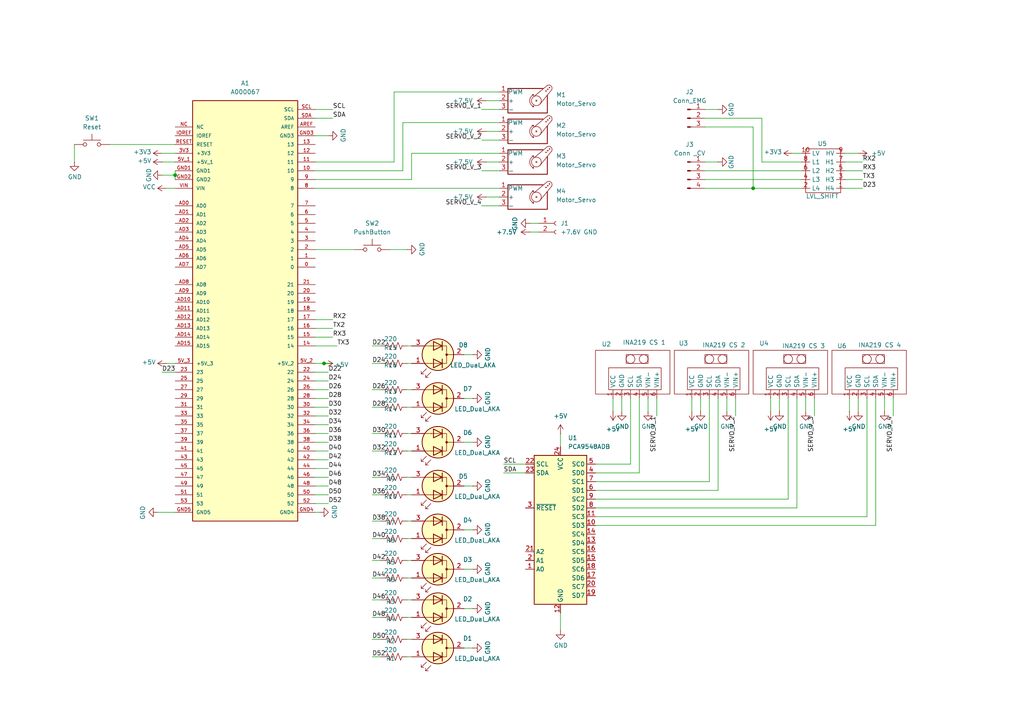
<source format=kicad_sch>
(kicad_sch (version 20250114) (generator "eeschema") (generator_version "9.0")
  (paper "A4")
  (title_block (date "mar. 31 mars 2015"))
  (lib_symbols
    (symbol "A000067:A000067" (pin_names (offset 1.016))
      (property "Reference" "A" (at -15.24 61.595 0))
      (property "Value" "A000067" (at -15.24 -63.5 0))
      (symbol "A000067_0_0"
        (rectangle (start -15.24 -60.96) (end 15.24 60.96) (stroke (width 0.254)) (fill (type background)))
        (pin passive line (at -20.32 53.34 0) (length 5.08) (name "NC") (number "NC"))
        (pin passive line (at -20.32 50.8 0) (length 5.08) (name "IOREF") (number "IOREF"))
        (pin passive line (at -20.32 48.26 0) (length 5.08) (name "RESET") (number "RESET"))
        (pin passive line (at -20.32 45.72 0) (length 5.08) (name "+3V3") (number "3V3"))
        (pin passive line (at -20.32 43.18 0) (length 5.08) (name "+5V_1") (number "5V_1"))
        (pin passive line (at -20.32 40.64 0) (length 5.08) (name "GND1") (number "GND1"))
        (pin passive line (at -20.32 38.1 0) (length 5.08) (name "GND2") (number "GND2"))
        (pin passive line (at -20.32 35.56 0) (length 5.08) (name "VIN") (number "VIN"))
        (pin passive line (at -20.32 30.48 0) (length 5.08) (name "AD0") (number "AD0"))
        (pin passive line (at -20.32 27.94 0) (length 5.08) (name "AD1") (number "AD1"))
        (pin passive line (at -20.32 25.4 0) (length 5.08) (name "AD2") (number "AD2"))
        (pin passive line (at -20.32 22.86 0) (length 5.08) (name "AD3") (number "AD3"))
        (pin passive line (at -20.32 20.32 0) (length 5.08) (name "AD4") (number "AD4"))
        (pin passive line (at -20.32 17.78 0) (length 5.08) (name "AD5") (number "AD5"))
        (pin passive line (at -20.32 15.24 0) (length 5.08) (name "AD6") (number "AD6"))
        (pin passive line (at -20.32 12.7 0) (length 5.08) (name "AD7") (number "AD7"))
        (pin passive line (at -20.32 7.62 0) (length 5.08) (name "AD8") (number "AD8"))
        (pin passive line (at -20.32 5.08 0) (length 5.08) (name "AD9") (number "AD9"))
        (pin passive line (at -20.32 2.54 0) (length 5.08) (name "AD10") (number "AD10"))
        (pin passive line (at -20.32 0 0) (length 5.08) (name "AD11") (number "AD11"))
        (pin passive line (at -20.32 -2.54 0) (length 5.08) (name "AD12") (number "AD12"))
        (pin passive line (at -20.32 -5.08 0) (length 5.08) (name "AD13") (number "AD13"))
        (pin passive line (at -20.32 -7.62 0) (length 5.08) (name "AD14") (number "AD14"))
        (pin passive line (at -20.32 -10.16 0) (length 5.08) (name "AD15") (number "AD15"))
        (pin passive line (at -20.32 -15.24 0) (length 5.08) (name "+5V_3") (number "5V_3"))
        (pin passive line (at -20.32 -17.78 0) (length 5.08) (name "23") (number "23"))
        (pin passive line (at -20.32 -20.32 0) (length 5.08) (name "25") (number "25"))
        (pin passive line (at -20.32 -22.86 0) (length 5.08) (name "27") (number "27"))
        (pin passive line (at -20.32 -25.4 0) (length 5.08) (name "29") (number "29"))
        (pin passive line (at -20.32 -27.94 0) (length 5.08) (name "31") (number "31"))
        (pin passive line (at -20.32 -30.48 0) (length 5.08) (name "33") (number "33"))
        (pin passive line (at -20.32 -33.02 0) (length 5.08) (name "35") (number "35"))
        (pin passive line (at -20.32 -35.56 0) (length 5.08) (name "37") (number "37"))
        (pin passive line (at -20.32 -38.1 0) (length 5.08) (name "39") (number "39"))
        (pin passive line (at -20.32 -40.64 0) (length 5.08) (name "41") (number "41"))
        (pin passive line (at -20.32 -43.18 0) (length 5.08) (name "43") (number "43"))
        (pin passive line (at -20.32 -45.72 0) (length 5.08) (name "45") (number "45"))
        (pin passive line (at -20.32 -48.26 0) (length 5.08) (name "47") (number "47"))
        (pin passive line (at -20.32 -50.8 0) (length 5.08) (name "49") (number "49"))
        (pin passive line (at -20.32 -53.34 0) (length 5.08) (name "51") (number "51"))
        (pin passive line (at -20.32 -55.88 0) (length 5.08) (name "53") (number "53"))
        (pin passive line (at -20.32 -58.42 0) (length 5.08) (name "GND5") (number "GND5"))
        (pin passive line (at 20.32 58.42 180) (length 5.08) (name "SCL") (number "SCL"))
        (pin passive line (at 20.32 55.88 180) (length 5.08) (name "SDA") (number "SDA"))
        (pin passive line (at 20.32 53.34 180) (length 5.08) (name "AREF") (number "AREF"))
        (pin passive line (at 20.32 50.8 180) (length 5.08) (name "GND3") (number "GND3"))
        (pin passive line (at 20.32 48.26 180) (length 5.08) (name "13") (number "13"))
        (pin passive line (at 20.32 45.72 180) (length 5.08) (name "12") (number "12"))
        (pin passive line (at 20.32 43.18 180) (length 5.08) (name "11") (number "11"))
        (pin passive line (at 20.32 40.64 180) (length 5.08) (name "10") (number "10"))
        (pin passive line (at 20.32 38.1 180) (length 5.08) (name "9") (number "9"))
        (pin passive line (at 20.32 35.56 180) (length 5.08) (name "8") (number "8"))
        (pin passive line (at 20.32 30.48 180) (length 5.08) (name "7") (number "7"))
        (pin passive line (at 20.32 27.94 180) (length 5.08) (name "6") (number "6"))
        (pin passive line (at 20.32 25.4 180) (length 5.08) (name "5") (number "5"))
        (pin passive line (at 20.32 22.86 180) (length 5.08) (name "4") (number "4"))
        (pin passive line (at 20.32 20.32 180) (length 5.08) (name "3") (number "3"))
        (pin passive line (at 20.32 17.78 180) (length 5.08) (name "2") (number "2"))
        (pin passive line (at 20.32 15.24 180) (length 5.08) (name "1") (number "1"))
        (pin passive line (at 20.32 12.7 180) (length 5.08) (name "0") (number "0"))
        (pin passive line (at 20.32 7.62 180) (length 5.08) (name "21") (number "21"))
        (pin passive line (at 20.32 5.08 180) (length 5.08) (name "20") (number "20"))
        (pin passive line (at 20.32 2.54 180) (length 5.08) (name "19") (number "19"))
        (pin passive line (at 20.32 0 180) (length 5.08) (name "18") (number "18"))
        (pin passive line (at 20.32 -2.54 180) (length 5.08) (name "17") (number "17"))
        (pin passive line (at 20.32 -5.08 180) (length 5.08) (name "16") (number "16"))
        (pin passive line (at 20.32 -7.62 180) (length 5.08) (name "15") (number "15"))
        (pin passive line (at 20.32 -10.16 180) (length 5.08) (name "14") (number "14"))
        (pin passive line (at 20.32 -15.24 180) (length 5.08) (name "+5V_2") (number "5V_2"))
        (pin passive line (at 20.32 -17.78 180) (length 5.08) (name "22") (number "22"))
        (pin passive line (at 20.32 -20.32 180) (length 5.08) (name "24") (number "24"))
        (pin passive line (at 20.32 -22.86 180) (length 5.08) (name "26") (number "26"))
        (pin passive line (at 20.32 -25.4 180) (length 5.08) (name "28") (number "28"))
        (pin passive line (at 20.32 -27.94 180) (length 5.08) (name "30") (number "30"))
        (pin passive line (at 20.32 -30.48 180) (length 5.08) (name "32") (number "32"))
        (pin passive line (at 20.32 -33.02 180) (length 5.08) (name "34") (number "34"))
        (pin passive line (at 20.32 -35.56 180) (length 5.08) (name "36") (number "36"))
        (pin passive line (at 20.32 -38.1 180) (length 5.08) (name "38") (number "38"))
        (pin passive line (at 20.32 -40.64 180) (length 5.08) (name "40") (number "40"))
        (pin passive line (at 20.32 -43.18 180) (length 5.08) (name "42") (number "42"))
        (pin passive line (at 20.32 -45.72 180) (length 5.08) (name "44") (number "44"))
        (pin passive line (at 20.32 -48.26 180) (length 5.08) (name "46") (number "46"))
        (pin passive line (at 20.32 -50.8 180) (length 5.08) (name "48") (number "48"))
        (pin passive line (at 20.32 -53.34 180) (length 5.08) (name "50") (number "50"))
        (pin passive line (at 20.32 -55.88 180) (length 5.08) (name "52") (number "52"))
        (pin passive line (at 20.32 -58.42 180) (length 5.08) (name "GND4") (number "GND4"))
      )
    )
    (symbol "Connector:Conn_01x02_Socket" (pin_names (offset 1.016) (hide yes))
      (property "Reference" "J" (at 0 2.54 0))
      (property "Value" "Conn_01x02_Socket" (at 0 -5.08 0))
      (symbol "Conn_01x02_Socket_1_1"
        (polyline (pts (xy -1.27 0) (xy -0.508 0)) (stroke (width 0.1524)))
        (polyline (pts (xy -1.27 -2.54) (xy -0.508 -2.54)) (stroke (width 0.1524)))
        (arc (start 0 -0.508) (mid -0.5058 0) (end 0 0.508) (stroke (width 0.1524)))
        (arc (start 0 -3.048) (mid -0.5058 -2.54) (end 0 -2.032) (stroke (width 0.1524)))
        (pin passive line (at -5.08 0 0) (length 3.81) (name "Pin_1") (number "1"))
        (pin passive line (at -5.08 -2.54 0) (length 3.81) (name "Pin_2") (number "2"))
      )
    )
    (symbol "Connector:Conn_01x03_Pin" (pin_names (offset 1.016) (hide yes))
      (property "Reference" "J" (at 0 5.08 0))
      (property "Value" "Conn_01x03_Pin" (at 0 -5.08 0))
      (symbol "Conn_01x03_Pin_1_1"
        (rectangle (start 0.8636 2.667) (end 0 2.413) (stroke (width 0.1524)) (fill (type outline)))
        (rectangle (start 0.8636 0.127) (end 0 -0.127) (stroke (width 0.1524)) (fill (type outline)))
        (rectangle (start 0.8636 -2.413) (end 0 -2.667) (stroke (width 0.1524)) (fill (type outline)))
        (polyline (pts (xy 1.27 2.54) (xy 0.8636 2.54)) (stroke (width 0.1524)))
        (polyline (pts (xy 1.27 0) (xy 0.8636 0)) (stroke (width 0.1524)))
        (polyline (pts (xy 1.27 -2.54) (xy 0.8636 -2.54)) (stroke (width 0.1524)))
        (pin passive line (at 5.08 2.54 180) (length 3.81) (name "Pin_1") (number "1"))
        (pin passive line (at 5.08 0 180) (length 3.81) (name "Pin_2") (number "2"))
        (pin passive line (at 5.08 -2.54 180) (length 3.81) (name "Pin_3") (number "3"))
      )
    )
    (symbol "Connector:Conn_01x04_Pin" (pin_names (offset 1.016) (hide yes))
      (property "Reference" "J" (at 0 5.08 0))
      (property "Value" "Conn_01x04_Pin" (at 0 -7.62 0))
      (symbol "Conn_01x04_Pin_1_1"
        (rectangle (start 0.8636 2.667) (end 0 2.413) (stroke (width 0.1524)) (fill (type outline)))
        (rectangle (start 0.8636 0.127) (end 0 -0.127) (stroke (width 0.1524)) (fill (type outline)))
        (rectangle (start 0.8636 -2.413) (end 0 -2.667) (stroke (width 0.1524)) (fill (type outline)))
        (rectangle (start 0.8636 -4.953) (end 0 -5.207) (stroke (width 0.1524)) (fill (type outline)))
        (polyline (pts (xy 1.27 2.54) (xy 0.8636 2.54)) (stroke (width 0.1524)))
        (polyline (pts (xy 1.27 0) (xy 0.8636 0)) (stroke (width 0.1524)))
        (polyline (pts (xy 1.27 -2.54) (xy 0.8636 -2.54)) (stroke (width 0.1524)))
        (polyline (pts (xy 1.27 -5.08) (xy 0.8636 -5.08)) (stroke (width 0.1524)))
        (pin passive line (at 5.08 2.54 180) (length 3.81) (name "Pin_1") (number "1"))
        (pin passive line (at 5.08 0 180) (length 3.81) (name "Pin_2") (number "2"))
        (pin passive line (at 5.08 -2.54 180) (length 3.81) (name "Pin_3") (number "3"))
        (pin passive line (at 5.08 -5.08 180) (length 3.81) (name "Pin_4") (number "4"))
      )
    )
    (symbol "Device:LED_Dual_AKA" (pin_names (offset 0) (hide yes))
      (property "Reference" "D" (at 0 5.715 0))
      (property "Value" "LED_Dual_AKA" (at 0 -6.35 0))
      (symbol "LED_Dual_AKA_0_1"
        (polyline (pts (xy -4.572 0) (xy -2.54 0)))
        (circle (center -2.54 0) (radius 0.2794) (fill (type outline)))
        (polyline (pts (xy -1.27 1.27) (xy -1.27 3.81)) (stroke (width 0.254)))
        (polyline (pts (xy -1.27 -1.27) (xy -1.27 -3.81)) (stroke (width 0.254)))
        (circle (center 0 0) (radius 4.572) (stroke (width 0.254)) (fill (type background)))
        (polyline (pts (xy 1.27 1.27) (xy 1.27 3.81) (xy -1.27 2.54) (xy 1.27 1.27)) (stroke (width 0.254)))
        (polyline (pts (xy 1.27 -3.81) (xy 1.27 -1.27) (xy -1.27 -2.54) (xy 1.27 -3.81)) (stroke (width 0.254)))
        (polyline (pts (xy 2.032 5.08) (xy 3.556 6.604) (xy 2.794 6.604) (xy 3.556 6.604) (xy 3.556 5.842)))
        (polyline (pts (xy 2.032 2.54) (xy -2.54 2.54) (xy -2.54 -2.54) (xy 2.032 -2.54)))
        (polyline (pts (xy 3.302 4.064) (xy 4.826 5.588) (xy 4.064 5.588) (xy 4.826 5.588) (xy 4.826 4.826)))
        (polyline (pts (xy 3.81 2.54) (xy 1.905 2.54)))
        (polyline (pts (xy 3.81 -2.54) (xy 1.905 -2.54)))
      )
      (symbol "LED_Dual_AKA_1_1"
        (pin input line (at -7.62 0 0) (length 3.048) (name "K") (number "2"))
        (pin input line (at 7.62 2.54 180) (length 3.81) (name "A1") (number "1"))
        (pin input line (at 7.62 -2.54 180) (length 3.81) (name "A2") (number "3"))
      )
    )
    (symbol "Device:R_US" (pin_numbers (hide yes)) (pin_names (offset 0))
      (property "Reference" "R" (at 2.54 0 90))
      (property "Value" "R_US" (at -2.54 0 90))
      (symbol "R_US_0_1"
        (polyline (pts (xy 0 2.286) (xy 0 2.54)))
        (polyline (pts (xy 0 2.286) (xy 1.016 1.905) (xy 0 1.524) (xy -1.016 1.143) (xy 0 0.762)))
        (polyline (pts (xy 0 0.762) (xy 1.016 0.381) (xy 0 0) (xy -1.016 -0.381) (xy 0 -0.762)))
        (polyline (pts (xy 0 -0.762) (xy 1.016 -1.143) (xy 0 -1.524) (xy -1.016 -1.905) (xy 0 -2.286)))
        (polyline (pts (xy 0 -2.286) (xy 0 -2.54)))
      )
      (symbol "R_US_1_1"
        (pin passive line (at 0 3.81 270) (length 1.27) (name "~") (number "1"))
        (pin passive line (at 0 -3.81 90) (length 1.27) (name "~") (number "2"))
      )
    )
    (symbol "Interface_Expansion:PCA9548ADB"
      (property "Reference" "U" (at -7.62 21.59 0))
      (property "Value" "PCA9548ADB" (at 1.016 21.59 0))
      (symbol "PCA9548ADB_0_1"
        (rectangle (start -7.62 20.32) (end 7.62 -22.86) (stroke (width 0.254)) (fill (type background)))
      )
      (symbol "PCA9548ADB_1_1"
        (pin input line (at -10.16 17.78 0) (length 2.54) (name "SCL") (number "22"))
        (pin bidirectional line (at -10.16 15.24 0) (length 2.54) (name "SDA") (number "23"))
        (pin input line (at -10.16 5.08 0) (length 2.54) (name "~{RESET}") (number "3"))
        (pin input line (at -10.16 -7.62 0) (length 2.54) (name "A2") (number "21"))
        (pin input line (at -10.16 -10.16 0) (length 2.54) (name "A1") (number "2"))
        (pin input line (at -10.16 -12.7 0) (length 2.54) (name "A0") (number "1"))
        (pin power_in line (at 0 22.86 270) (length 2.54) (name "VCC") (number "24"))
        (pin power_in line (at 0 -25.4 90) (length 2.54) (name "GND") (number "12"))
        (pin output line (at 10.16 17.78 180) (length 2.54) (name "SC0") (number "5"))
        (pin bidirectional line (at 10.16 15.24 180) (length 2.54) (name "SD0") (number "4"))
        (pin output line (at 10.16 12.7 180) (length 2.54) (name "SC1") (number "7"))
        (pin bidirectional line (at 10.16 10.16 180) (length 2.54) (name "SD1") (number "6"))
        (pin output line (at 10.16 7.62 180) (length 2.54) (name "SC2") (number "9"))
        (pin bidirectional line (at 10.16 5.08 180) (length 2.54) (name "SD2") (number "8"))
        (pin output line (at 10.16 2.54 180) (length 2.54) (name "SC3") (number "11"))
        (pin bidirectional line (at 10.16 0 180) (length 2.54) (name "SD3") (number "10"))
        (pin output line (at 10.16 -2.54 180) (length 2.54) (name "SC4") (number "14"))
        (pin bidirectional line (at 10.16 -5.08 180) (length 2.54) (name "SD4") (number "13"))
        (pin output line (at 10.16 -7.62 180) (length 2.54) (name "SC5") (number "16"))
        (pin bidirectional line (at 10.16 -10.16 180) (length 2.54) (name "SD5") (number "15"))
        (pin output line (at 10.16 -12.7 180) (length 2.54) (name "SC6") (number "18"))
        (pin bidirectional line (at 10.16 -15.24 180) (length 2.54) (name "SD6") (number "17"))
        (pin output line (at 10.16 -17.78 180) (length 2.54) (name "SC7") (number "20"))
        (pin bidirectional line (at 10.16 -20.32 180) (length 2.54) (name "SD7") (number "19"))
      )
    )
    (symbol "Motor:Motor_Servo" (pin_names (offset 0.0254))
      (property "Reference" "M" (at -5.08 4.445 0))
      (property "Value" "Motor_Servo" (at -5.08 -4.064 0))
      (symbol "Motor_Servo_0_1"
        (polyline (pts (xy 2.413 1.778) (xy 1.905 1.778)))
        (polyline (pts (xy 2.413 1.778) (xy 2.286 1.397)))
        (polyline (pts (xy 2.413 -1.778) (xy 2.032 -1.778)))
        (polyline (pts (xy 2.413 -1.778) (xy 2.286 -1.397)))
        (arc (start 2.413 -1.778) (mid 1.2406 0) (end 2.413 1.778))
        (circle (center 3.175 0) (radius 0.1778))
        (circle (center 3.175 0) (radius 1.4224))
        (polyline (pts (xy 5.08 3.556) (xy -5.08 3.556) (xy -5.08 -3.556) (xy 6.35 -3.556) (xy 6.35 1.524)) (stroke (width 0.254)))
        (circle (center 5.969 2.794) (radius 0.127))
        (polyline (pts (xy 6.35 4.445) (xy 2.54 1.27)))
        (circle (center 6.477 3.302) (radius 0.127))
        (arc (start 6.35 4.445) (mid 7.4487 4.2737) (end 7.62 3.175))
        (circle (center 6.985 3.81) (radius 0.127))
        (polyline (pts (xy 7.62 3.175) (xy 4.191 -1.016)))
      )
      (symbol "Motor_Servo_1_1"
        (pin passive line (at -7.62 2.54 0) (length 2.54) (name "PWM") (number "1"))
        (pin passive line (at -7.62 0 0) (length 2.54) (name "+") (number "2"))
        (pin passive line (at -7.62 -2.54 0) (length 2.54) (name "-") (number "3"))
      )
    )
    (symbol "Switch:SW_Push" (pin_numbers (hide yes)) (pin_names (offset 1.016) (hide yes))
      (property "Reference" "SW" (at 1.27 2.54 0))
      (property "Value" "SW_Push" (at 0 -1.524 0))
      (symbol "SW_Push_0_1"
        (circle (center -2.032 0) (radius 0.508))
        (polyline (pts (xy 0 1.27) (xy 0 3.048)))
        (circle (center 2.032 0) (radius 0.508))
        (polyline (pts (xy 2.54 1.27) (xy -2.54 1.27)))
        (pin passive line (at -5.08 0 0) (length 2.54) (name "1") (number "1"))
        (pin passive line (at 5.08 0 180) (length 2.54) (name "2") (number "2"))
      )
    )
    (symbol "adaFruit:INA219_DC_CurrentSensor"
      (property "Reference" "U" (at -1.778 9.652 0))
      (symbol "INA219_DC_CurrentSensor_0_1"
        (rectangle (start -6.35 11.43) (end 6.35 -10.16))
        (rectangle (start -5.08 7.62) (end 1.27 -7.62))
        (rectangle (start 2.54 2.54) (end 5.08 -3.81))
        (circle (center 3.81 1.27) (radius 1.27))
        (circle (center 3.81 -2.54) (radius 1.27))
      )
      (symbol "INA219_DC_CurrentSensor_1_1"
        (pin power_in line (at -7.62 6.35 0) (length 2.54) (name "VCC") (number "1"))
        (pin power_in line (at -7.62 3.81 0) (length 2.54) (name "GND") (number "2"))
        (pin output line (at -7.62 1.27 0) (length 2.54) (name "SCL") (number "3"))
        (pin output line (at -7.62 -1.27 0) (length 2.54) (name "SDA") (number "4"))
        (pin input line (at -7.62 -3.81 0) (length 2.54) (name "VIN-") (number "5"))
        (pin input line (at -7.62 -6.35 0) (length 2.54) (name "VIN+") (number "6"))
      )
    )
    (symbol "eelLib:pololu_levelShifter_2595"
      (property "Reference" "LVL_SHIFT1" (at 5.08 3.81 0))
      (property "Value" "~" (at 5.08 1.27 0))
      (symbol "pololu_levelShifter_2595_0_1"
        (rectangle (start 0 0) (end 10.16 -12.7))
      )
      (symbol "pololu_levelShifter_2595_1_1"
        (pin input line (at -1.27 -1.27 0) (length 2.54) (name "LV") (number "10"))
        (pin bidirectional line (at -1.27 -3.81 0) (length 2.54) (name "L1") (number "8"))
        (pin bidirectional line (at -1.27 -6.35 0) (length 2.54) (name "L2") (number "6"))
        (pin bidirectional line (at -1.27 -8.89 0) (length 2.54) (name "L3") (number "4"))
        (pin bidirectional line (at -1.27 -11.43 0) (length 2.54) (name "L4") (number "2"))
        (pin input line (at 11.43 -1.27 180) (length 2.54) (name "HV") (number "9"))
        (pin bidirectional line (at 11.43 -3.81 180) (length 2.54) (name "H1") (number "7"))
        (pin bidirectional line (at 11.43 -6.35 180) (length 2.54) (name "H2") (number "5"))
        (pin bidirectional line (at 11.43 -8.89 180) (length 2.54) (name "H3") (number "3"))
        (pin bidirectional line (at 11.43 -11.43 180) (length 2.54) (name "H4") (number "1"))
      )
    )
    (symbol "power:+3V3" (power) (pin_numbers (hide yes)) (pin_names (offset 0) (hide yes))
      (property "Value" "+3V3" (at 0 3.556 0))
      (symbol "+3V3_0_1"
        (polyline (pts (xy -0.762 1.27) (xy 0 2.54)))
        (polyline (pts (xy 0 2.54) (xy 0.762 1.27)))
        (polyline (pts (xy 0 0) (xy 0 2.54)))
      )
      (symbol "+3V3_1_1"
        (pin power_in line (at 0 0 90) (length 0) (name "~") (number "1"))
      )
    )
    (symbol "power:+5V" (power) (pin_numbers (hide yes)) (pin_names (offset 0) (hide yes))
      (property "Value" "+5V" (at 0 3.556 0))
      (symbol "+5V_0_1"
        (polyline (pts (xy -0.762 1.27) (xy 0 2.54)))
        (polyline (pts (xy 0 2.54) (xy 0.762 1.27)))
        (polyline (pts (xy 0 0) (xy 0 2.54)))
      )
      (symbol "+5V_1_1"
        (pin power_in line (at 0 0 90) (length 0) (name "~") (number "1"))
      )
    )
    (symbol "power:+7.5V" (power) (pin_numbers (hide yes)) (pin_names (offset 0) (hide yes))
      (property "Value" "+7.5V" (at 0 3.556 0))
      (symbol "+7.5V_0_1"
        (polyline (pts (xy -0.762 1.27) (xy 0 2.54)))
        (polyline (pts (xy 0 2.54) (xy 0.762 1.27)))
        (polyline (pts (xy 0 0) (xy 0 2.54)))
      )
      (symbol "+7.5V_1_1"
        (pin power_in line (at 0 0 90) (length 0) (name "~") (number "1"))
      )
    )
    (symbol "power:GND" (power) (pin_numbers (hide yes)) (pin_names (offset 0) (hide yes))
      (property "Value" "GND" (at 0 -3.81 0))
      (symbol "GND_0_1"
        (polyline (pts (xy 0 0) (xy 0 -1.27) (xy 1.27 -1.27) (xy 0 -2.54) (xy -1.27 -1.27) (xy 0 -1.27)))
      )
      (symbol "GND_1_1"
        (pin power_in line (at 0 0 270) (length 0) (name "~") (number "1"))
      )
    )
    (symbol "power:VCC" (power) (pin_numbers (hide yes)) (pin_names (offset 0) (hide yes))
      (property "Value" "VCC" (at 0 3.556 0))
      (symbol "VCC_0_1"
        (polyline (pts (xy -0.762 1.27) (xy 0 2.54)))
        (polyline (pts (xy 0 2.54) (xy 0.762 1.27)))
        (polyline (pts (xy 0 0) (xy 0 2.54)))
      )
      (symbol "VCC_1_1"
        (pin power_in line (at 0 0 90) (length 0) (name "~") (number "1"))
      )
    )
  )
  (junction (at 93.98 105.41))
  (junction (at 50.8 50.8))
  (junction (at 218.44 54.61))
  (wire (pts (xy 134.62 140.97) (xy 137.16 140.97)))
  (wire (pts (xy 50.8 49.53) (xy 50.8 50.8)))
  (wire (pts (xy 118.11 173.99) (xy 119.38 173.99)))
  (wire (pts (xy 259.08 115.57) (xy 259.08 120.65)))
  (wire (pts (xy 137.16 102.87) (xy 134.62 102.87)))
  (wire (pts (xy 119.38 167.64) (xy 118.11 167.64)))
  (wire (pts (xy 245.11 54.61) (xy 250.19 54.61)))
  (wire (pts (xy 107.95 138.43) (xy 110.49 138.43)))
  (wire (pts (xy 205.74 139.7) (xy 205.74 115.57)))
  (wire (pts (xy 137.16 176.53) (xy 134.62 176.53)))
  (wire (pts (xy 91.44 143.51) (xy 95.25 143.51)))
  (wire (pts (xy 107.95 162.56) (xy 110.49 162.56)))
  (wire (pts (xy 119.38 118.11) (xy 118.11 118.11)))
  (wire (pts (xy 204.47 54.61) (xy 218.44 54.61)))
  (wire (pts (xy 91.44 146.05) (xy 95.25 146.05)))
  (wire (pts (xy 172.72 149.86) (xy 251.46 149.86)))
  (wire (pts (xy 91.44 95.25) (xy 96.52 95.25)))
  (wire (pts (xy 91.44 107.95) (xy 95.25 107.95)))
  (wire (pts (xy 91.44 97.79) (xy 96.52 97.79)))
  (wire (pts (xy 91.44 105.41) (xy 93.98 105.41)))
  (wire (pts (xy 46.99 44.45) (xy 50.8 44.45)))
  (wire (pts (xy 213.36 115.57) (xy 213.36 120.65)))
  (wire (pts (xy 137.16 153.67) (xy 134.62 153.67)))
  (wire (pts (xy 172.72 152.4) (xy 254 152.4)))
  (wire (pts (xy 220.98 46.99) (xy 232.41 46.99)))
  (wire (pts (xy 91.44 72.39) (xy 102.87 72.39)))
  (wire (pts (xy 119.38 44.45) (xy 119.38 52.07)))
  (wire (pts (xy 118.11 143.51) (xy 119.38 143.51)))
  (wire (pts (xy 204.47 36.83) (xy 218.44 36.83)))
  (wire (pts (xy 91.44 100.33) (xy 97.79 100.33)))
  (wire (pts (xy 200.66 115.57) (xy 200.66 119.38)))
  (wire (pts (xy 139.7 49.53) (xy 144.78 49.53)))
  (wire (pts (xy 46.99 107.95) (xy 50.8 107.95)))
  (wire (pts (xy 172.72 134.62) (xy 182.88 134.62)))
  (wire (pts (xy 140.97 46.99) (xy 144.78 46.99)))
  (wire (pts (xy 137.16 128.27) (xy 134.62 128.27)))
  (wire (pts (xy 204.47 46.99) (xy 208.28 46.99)))
  (wire (pts (xy 91.44 125.73) (xy 95.25 125.73)))
  (wire (pts (xy 118.11 185.42) (xy 119.38 185.42)))
  (wire (pts (xy 137.16 187.96) (xy 134.62 187.96)))
  (wire (pts (xy 236.22 115.57) (xy 236.22 120.65)))
  (wire (pts (xy 248.92 115.57) (xy 248.92 119.38)))
  (wire (pts (xy 187.96 115.57) (xy 187.96 119.38)))
  (wire (pts (xy 223.52 115.57) (xy 223.52 119.38)))
  (wire (pts (xy 180.34 115.57) (xy 180.34 119.38)))
  (wire (pts (xy 48.26 105.41) (xy 50.8 105.41)))
  (wire (pts (xy 218.44 54.61) (xy 232.41 54.61)))
  (wire (pts (xy 107.95 167.64) (xy 110.49 167.64)))
  (wire (pts (xy 91.44 138.43) (xy 95.25 138.43)))
  (wire (pts (xy 245.11 52.07) (xy 250.19 52.07)))
  (wire (pts (xy 153.67 67.31) (xy 156.21 67.31)))
  (wire (pts (xy 246.38 115.57) (xy 246.38 119.38)))
  (wire (pts (xy 204.47 31.75) (xy 208.28 31.75)))
  (wire (pts (xy 177.8 115.57) (xy 177.8 119.38)))
  (wire (pts (xy 91.44 140.97) (xy 95.25 140.97)))
  (wire (pts (xy 228.6 115.57) (xy 228.6 144.78)))
  (wire (pts (xy 50.8 50.8) (xy 50.8 52.07)))
  (wire (pts (xy 119.38 44.45) (xy 144.78 44.45)))
  (wire (pts (xy 204.47 34.29) (xy 220.98 34.29)))
  (wire (pts (xy 91.44 130.81) (xy 95.25 130.81)))
  (wire (pts (xy 91.44 31.75) (xy 96.52 31.75)))
  (wire (pts (xy 139.7 31.75) (xy 144.78 31.75)))
  (wire (pts (xy 118.11 151.13) (xy 119.38 151.13)))
  (wire (pts (xy 91.44 115.57) (xy 95.25 115.57)))
  (wire (pts (xy 140.97 29.21) (xy 144.78 29.21)))
  (wire (pts (xy 119.38 130.81) (xy 118.11 130.81)))
  (wire (pts (xy 46.99 46.99) (xy 50.8 46.99)))
  (wire (pts (xy 185.42 137.16) (xy 185.42 115.57)))
  (wire (pts (xy 91.44 39.37) (xy 95.25 39.37)))
  (wire (pts (xy 144.78 26.67) (xy 114.3 26.67)))
  (wire (pts (xy 96.52 105.41) (xy 93.98 105.41)))
  (wire (pts (xy 229.87 44.45) (xy 232.41 44.45)))
  (wire (pts (xy 162.56 177.8) (xy 162.56 182.88)))
  (wire (pts (xy 203.2 115.57) (xy 203.2 119.38)))
  (wire (pts (xy 172.72 142.24) (xy 208.28 142.24)))
  (wire (pts (xy 107.95 179.07) (xy 110.49 179.07)))
  (wire (pts (xy 107.95 118.11) (xy 110.49 118.11)))
  (wire (pts (xy 113.03 72.39) (xy 118.11 72.39)))
  (wire (pts (xy 91.44 54.61) (xy 144.78 54.61)))
  (wire (pts (xy 116.84 49.53) (xy 91.44 49.53)))
  (wire (pts (xy 116.84 35.56) (xy 116.84 49.53)))
  (wire (pts (xy 210.82 115.57) (xy 210.82 119.38)))
  (wire (pts (xy 91.44 123.19) (xy 95.25 123.19)))
  (wire (pts (xy 107.95 173.99) (xy 110.49 173.99)))
  (wire (pts (xy 162.56 125.73) (xy 162.56 129.54)))
  (wire (pts (xy 119.38 190.5) (xy 118.11 190.5)))
  (wire (pts (xy 118.11 138.43) (xy 119.38 138.43)))
  (wire (pts (xy 91.44 113.03) (xy 95.25 113.03)))
  (wire (pts (xy 114.3 26.67) (xy 114.3 46.99)))
  (wire (pts (xy 107.95 151.13) (xy 110.49 151.13)))
  (wire (pts (xy 107.95 190.5) (xy 110.49 190.5)))
  (wire (pts (xy 137.16 165.1) (xy 134.62 165.1)))
  (wire (pts (xy 48.26 54.61) (xy 50.8 54.61)))
  (wire (pts (xy 107.95 105.41) (xy 110.49 105.41)))
  (wire (pts (xy 91.44 148.59) (xy 92.71 148.59)))
  (wire (pts (xy 107.95 185.42) (xy 110.49 185.42)))
  (wire (pts (xy 204.47 49.53) (xy 232.41 49.53)))
  (wire (pts (xy 218.44 36.83) (xy 218.44 54.61)))
  (wire (pts (xy 114.3 46.99) (xy 91.44 46.99)))
  (wire (pts (xy 226.06 115.57) (xy 226.06 119.38)))
  (wire (pts (xy 233.68 115.57) (xy 233.68 119.38)))
  (wire (pts (xy 119.38 156.21) (xy 118.11 156.21)))
  (wire (pts (xy 190.5 115.57) (xy 190.5 120.65)))
  (wire (pts (xy 146.05 134.62) (xy 152.4 134.62)))
  (wire (pts (xy 118.11 125.73) (xy 119.38 125.73)))
  (wire (pts (xy 107.95 100.33) (xy 110.49 100.33)))
  (wire (pts (xy 91.44 110.49) (xy 95.25 110.49)))
  (wire (pts (xy 118.11 100.33) (xy 119.38 100.33)))
  (wire (pts (xy 254 152.4) (xy 254 115.57)))
  (wire (pts (xy 231.14 147.32) (xy 231.14 115.57)))
  (wire (pts (xy 220.98 34.29) (xy 220.98 46.99)))
  (wire (pts (xy 139.7 59.69) (xy 144.78 59.69)))
  (wire (pts (xy 172.72 137.16) (xy 185.42 137.16)))
  (wire (pts (xy 118.11 162.56) (xy 119.38 162.56)))
  (wire (pts (xy 107.95 143.51) (xy 110.49 143.51)))
  (wire (pts (xy 118.11 105.41) (xy 119.38 105.41)))
  (wire (pts (xy 119.38 179.07) (xy 118.11 179.07)))
  (wire (pts (xy 91.44 133.35) (xy 95.25 133.35)))
  (wire (pts (xy 91.44 92.71) (xy 96.52 92.71)))
  (wire (pts (xy 146.05 137.16) (xy 152.4 137.16)))
  (wire (pts (xy 245.11 44.45) (xy 248.92 44.45)))
  (wire (pts (xy 208.28 142.24) (xy 208.28 115.57)))
  (wire (pts (xy 140.97 38.1) (xy 144.78 38.1)))
  (wire (pts (xy 182.88 134.62) (xy 182.88 115.57)))
  (wire (pts (xy 118.11 113.03) (xy 119.38 113.03)))
  (wire (pts (xy 245.11 49.53) (xy 250.19 49.53)))
  (wire (pts (xy 172.72 139.7) (xy 205.74 139.7)))
  (wire (pts (xy 137.16 115.57) (xy 134.62 115.57)))
  (wire (pts (xy 172.72 147.32) (xy 231.14 147.32)))
  (wire (pts (xy 107.95 125.73) (xy 110.49 125.73)))
  (wire (pts (xy 107.95 130.81) (xy 110.49 130.81)))
  (wire (pts (xy 31.75 41.91) (xy 50.8 41.91)))
  (wire (pts (xy 139.7 40.64) (xy 144.78 40.64)))
  (wire (pts (xy 256.54 115.57) (xy 256.54 119.38)))
  (wire (pts (xy 144.78 35.56) (xy 116.84 35.56)))
  (wire (pts (xy 107.95 156.21) (xy 110.49 156.21)))
  (wire (pts (xy 91.44 118.11) (xy 95.25 118.11)))
  (wire (pts (xy 119.38 52.07) (xy 91.44 52.07)))
  (wire (pts (xy 251.46 149.86) (xy 251.46 115.57)))
  (wire (pts (xy 21.59 41.91) (xy 21.59 46.99)))
  (wire (pts (xy 107.95 113.03) (xy 110.49 113.03)))
  (wire (pts (xy 245.11 46.99) (xy 250.19 46.99)))
  (wire (pts (xy 45.72 148.59) (xy 50.8 148.59)))
  (wire (pts (xy 91.44 135.89) (xy 95.25 135.89)))
  (wire (pts (xy 46.99 50.8) (xy 50.8 50.8)))
  (wire (pts (xy 91.44 34.29) (xy 96.52 34.29)))
  (wire (pts (xy 91.44 120.65) (xy 95.25 120.65)))
  (wire (pts (xy 140.97 57.15) (xy 144.78 57.15)))
  (wire (pts (xy 153.67 64.77) (xy 156.21 64.77)))
  (wire (pts (xy 91.44 128.27) (xy 95.25 128.27)))
  (wire (pts (xy 204.47 52.07) (xy 232.41 52.07)))
  (wire (pts (xy 172.72 144.78) (xy 228.6 144.78)))
  (label "D34" (at 95.25 123.19 0))
  (label "D28" (at 95.25 115.57 0))
  (label "D32" (at 107.95 130.81 0))
  (label "D48" (at 95.25 140.97 0))
  (label "SDA" (at 146.05 137.16 0))
  (label "D42" (at 95.25 133.35 0))
  (label "D23" (at 46.99 107.95 0))
  (label "D22" (at 95.25 107.95 0))
  (label "D36" (at 107.95 143.51 0))
  (label "D30" (at 107.95 125.73 0))
  (label "SERVO_V_1" (at 139.7 31.75 180))
  (label "D26" (at 107.95 113.03 0))
  (label "D50" (at 107.95 185.42 0))
  (label "SERVO_V_4" (at 259.08 120.65 270))
  (label "SERVO_V_2" (at 213.36 120.65 270))
  (label "SDA" (at 96.52 34.29 0))
  (label "D36" (at 95.25 125.73 0))
  (label "D28" (at 107.95 118.11 0))
  (label "D42" (at 107.95 162.56 0))
  (label "D34" (at 107.95 138.43 0))
  (label "D38" (at 107.95 151.13 0))
  (label "D50" (at 95.25 143.51 0))
  (label "RX2" (at 250.19 46.99 0))
  (label "D22" (at 107.95 100.33 0))
  (label "TX2" (at 96.52 95.25 0))
  (label "D24" (at 95.25 110.49 0))
  (label "D46" (at 107.95 173.99 0))
  (label "SCL" (at 96.52 31.75 0))
  (label "D26" (at 95.25 113.03 0))
  (label "D32" (at 95.25 120.65 0))
  (label "D38" (at 95.25 128.27 0))
  (label "SCL" (at 146.05 134.62 0))
  (label "D30" (at 95.25 118.11 0))
  (label "D46" (at 95.25 138.43 0))
  (label "D24" (at 107.95 105.41 0))
  (label "D23" (at 250.19 54.61 0))
  (label "SERVO_V_1" (at 190.5 120.65 270))
  (label "TX3" (at 250.19 52.07 0))
  (label "D48" (at 107.95 179.07 0))
  (label "RX3" (at 250.19 49.53 0))
  (label "SERVO_V_2" (at 139.7 40.64 180))
  (label "SERVO_V_3" (at 139.7 49.53 180))
  (label "RX3" (at 96.52 97.79 0))
  (label "RX2" (at 96.52 92.71 0))
  (label "D40" (at 95.25 130.81 0))
  (label "SERVO_V_4" (at 139.7 59.69 180))
  (label "D52" (at 107.95 190.5 0))
  (label "TX3" (at 97.79 100.33 0))
  (label "D40" (at 107.95 156.21 0))
  (label "D44" (at 95.25 135.89 0))
  (label "D44" (at 107.95 167.64 0))
  (label "D52" (at 95.25 146.05 0))
  (label "SERVO_V_3" (at 236.22 120.65 270))
  (symbol (lib_id "power:+5V") (at 46.99 46.99 90) (unit 1)
    (property "Reference" "#PWR07" (effects (hide yes)))
    (property "Value" "+5V" (at 43.942 46.6344 90) (effects (justify left)))
    (property "Description" "Power symbol creates a global label with name \"+5V\"" (effects (hide yes)))
  )
  (symbol (lib_id "power:GND") (at 46.99 50.8 270) (unit 1)
    (property "Reference" "#PWR08" (effects (hide yes)))
    (property "Value" "GND" (at 43.18 50.8 0))
    (property "Description" "Power symbol creates a global label with name \"GND\" , ground" (effects (hide yes)))
  )
  (symbol (lib_id "power:GND") (at 137.16 140.97 90) (unit 1)
    (property "Reference" "#PWR040" (effects (hide yes)))
    (property "Value" "GND" (at 141.4844 140.8557 0))
    (property "Description" "Power symbol creates a global label with name \"GND\" , ground" (effects (hide yes)))
  )
  (symbol (lib_id "power:GND") (at 95.25 39.37 90) (unit 1)
    (property "Reference" "#PWR013" (effects (hide yes)))
    (property "Value" "GND" (at 99.5744 39.2557 0))
    (property "Description" "Power symbol creates a global label with name \"GND\" , ground" (effects (hide yes)))
  )
  (symbol (lib_id "A000067:A000067") (at 71.12 90.17 0) (unit 1)
    (property "Reference" "A1" (at 71.12 24.13 0))
    (property "Value" "A000067" (at 71.12 26.67 0))
    (property "Footprint" "A000067:MODULE_A000067" (effects (hide yes)))
    (property "MF" "Arduino" (effects (hide yes)))
    (property "MAXIMUM_PACKAGE_HEIGHT" "N/A" (effects (hide yes)))
    (property "Package" "Non-Standard Arduino" (effects (hide yes)))
    (property "Price" "None" (effects (hide yes)))
    (property "Check_prices" "https://www.snapeda.com/parts/A000067/Arduino/view-part/?ref=eda" (effects (hide yes)))
    (property "STANDARD" "Manufacturer Recommendations" (effects (hide yes)))
    (property "PARTREV" "3" (effects (hide yes)))
    (property "SnapEDA_Link" "https://www.snapeda.com/parts/A000067/Arduino/view-part/?ref=snap" (effects (hide yes)))
    (property "MP" "A000067" (effects (hide yes)))
    (property "Description_1" "Arduino Mega 2560 Rev3 Microcontroller Board, ATmega2560 | Arduino A000067" (effects (hide yes)))
    (property "Availability" "In Stock" (effects (hide yes)))
    (property "MANUFACTURER" "Arduino" (effects (hide yes)))
  )
  (symbol (lib_id "power:GND") (at 208.28 46.99 90) (unit 1)
    (property "Reference" "#PWR027" (effects (hide yes)))
    (property "Value" "GND" (at 212.09 46.99 0))
    (property "Description" "Power symbol creates a global label with name \"GND\" , ground" (effects (hide yes)))
  )
  (symbol (lib_id "Device:LED_Dual_AKA") (at 127 128.27 180) (unit 1)
    (property "Reference" "D6" (at 135.636 125.476 0))
    (property "Value" "LED_Dual_AKA" (at 138.43 131.318 0))
    (property "Footprint" "LED_THT:LED_Rectangular_W5.0mm_H2.0mm-3Pins" (effects (hide yes)))
    (property "Description" "Dual LED, common cathode on pin 2" (effects (hide yes)))
  )
  (symbol (lib_id "Interface_Expansion:PCA9548ADB") (at 162.56 152.4 0) (unit 1)
    (property "Reference" "U1" (at 164.7033 127 0) (effects (justify left)))
    (property "Value" "PCA9548ADB" (at 164.7033 129.54 0) (effects (justify left)))
    (property "Footprint" "adaFruit:TCA9548A_MultiplexerBreakout" (effects (hide yes)))
    (property "Datasheet" "http://www.ti.com/lit/ds/symlink/pca9548a.pdf" (effects (hide yes)))
    (property "Description" "Low voltage 8-channel I2C switch with reset, SSOP-24" (effects (hide yes)))
  )
  (symbol (lib_id "power:GND") (at 137.16 102.87 90) (unit 1)
    (property "Reference" "#PWR043" (effects (hide yes)))
    (property "Value" "GND" (at 141.4844 102.7557 0))
    (property "Description" "Power symbol creates a global label with name \"GND\" , ground" (effects (hide yes)))
  )
  (symbol (lib_id "power:+3V3") (at 46.99 44.45 90) (unit 1)
    (property "Reference" "#PWR06" (effects (hide yes)))
    (property "Value" "+3V3" (at 43.942 44.069 90) (effects (justify left)))
    (property "Description" "Power symbol creates a global label with name \"+3V3\"" (effects (hide yes)))
  )
  (symbol (lib_id "Device:R_US") (at 114.3 185.42 270) (unit 1)
    (property "Reference" "R2" (at 113.284 185.928 90))
    (property "Value" "220" (at 113.284 183.388 90))
    (property "Footprint" "Resistor_THT:R_Axial_DIN0204_L3.6mm_D1.6mm_P2.54mm_Vertical" (effects (hide yes)))
    (property "Description" "Resistor, US symbol" (effects (hide yes)))
  )
  (symbol (lib_id "power:GND") (at 137.16 176.53 90) (unit 1)
    (property "Reference" "#PWR037" (effects (hide yes)))
    (property "Value" "GND" (at 141.4844 176.4157 0))
    (property "Description" "Power symbol creates a global label with name \"GND\" , ground" (effects (hide yes)))
  )
  (symbol (lib_id "power:GND") (at 118.11 72.39 90) (unit 1)
    (property "Reference" "#PWR014" (effects (hide yes)))
    (property "Value" "GND" (at 122.4344 72.2757 0))
    (property "Description" "Power symbol creates a global label with name \"GND\" , ground" (effects (hide yes)))
  )
  (symbol (lib_id "power:GND") (at 137.16 153.67 90) (unit 1)
    (property "Reference" "#PWR039" (effects (hide yes)))
    (property "Value" "GND" (at 141.4844 153.5557 0))
    (property "Description" "Power symbol creates a global label with name \"GND\" , ground" (effects (hide yes)))
  )
  (symbol (lib_id "Device:R_US") (at 114.3 173.99 270) (unit 1)
    (property "Reference" "R3" (at 113.284 174.498 90))
    (property "Value" "220" (at 113.284 171.958 90))
    (property "Footprint" "Resistor_THT:R_Axial_DIN0204_L3.6mm_D1.6mm_P2.54mm_Vertical" (effects (hide yes)))
    (property "Description" "Resistor, US symbol" (effects (hide yes)))
  )
  (symbol (lib_id "power:+3V3") (at 229.87 44.45 90) (unit 1)
    (property "Reference" "#PWR031" (effects (hide yes)))
    (property "Value" "+3V3" (at 226.822 44.069 90) (effects (justify left)))
    (property "Description" "Power symbol creates a global label with name \"+3V3\"" (effects (hide yes)))
  )
  (symbol (lib_id "Device:R_US") (at 114.3 113.03 270) (unit 1)
    (property "Reference" "R13" (at 113.284 113.538 90))
    (property "Value" "220" (at 113.284 110.998 90))
    (property "Footprint" "Resistor_THT:R_Axial_DIN0204_L3.6mm_D1.6mm_P2.54mm_Vertical" (effects (hide yes)))
    (property "Description" "Resistor, US symbol" (effects (hide yes)))
  )
  (symbol (lib_id "adaFruit:INA219_DC_CurrentSensor") (at 207.01 107.95 90) (unit 1)
    (property "Reference" "U3" (at 196.85 99.568 90) (effects (justify right)))
    (property "Value" "INA219 CS 2" (at 203.708 100.076 90) (effects (justify right)))
    (property "Footprint" "adaFruit:INA219_CS" (effects (hide yes)))
  )
  (symbol (lib_id "adaFruit:INA219_DC_CurrentSensor") (at 229.87 107.95 90) (unit 1)
    (property "Reference" "U4" (at 220.218 99.568 90) (effects (justify right)))
    (property "Value" "INA219 CS 3" (at 226.822 100.33 90) (effects (justify right)))
    (property "Footprint" "adaFruit:INA219_CS" (effects (hide yes)))
  )
  (symbol (lib_id "Connector:Conn_01x04_Pin") (at 199.39 49.53 0) (unit 1)
    (property "Reference" "J3" (at 200.025 41.91 0))
    (property "Value" "Conn _CV" (at 200.025 44.45 0))
    (property "Footprint" "Connector_PinHeader_2.54mm:PinHeader_1x04_P2.54mm_Vertical" (effects (hide yes)))
    (property "Description" "Generic connector, single row, 01x04, script generated" (effects (hide yes)))
  )
  (symbol (lib_id "Device:R_US") (at 114.3 156.21 270) (unit 1)
    (property "Reference" "R8" (at 113.284 156.718 90))
    (property "Value" "220" (at 113.284 154.178 90))
    (property "Footprint" "Resistor_THT:R_Axial_DIN0204_L3.6mm_D1.6mm_P2.54mm_Vertical" (effects (hide yes)))
    (property "Description" "Resistor, US symbol" (effects (hide yes)))
  )
  (symbol (lib_id "power:GND") (at 137.16 128.27 90) (unit 1)
    (property "Reference" "#PWR041" (effects (hide yes)))
    (property "Value" "GND" (at 141.4844 128.1557 0))
    (property "Description" "Power symbol creates a global label with name \"GND\" , ground" (effects (hide yes)))
  )
  (symbol (lib_id "Device:R_US") (at 114.3 143.51 270) (unit 1)
    (property "Reference" "R10" (at 113.284 144.018 90))
    (property "Value" "220" (at 113.284 141.478 90))
    (property "Footprint" "Resistor_THT:R_Axial_DIN0204_L3.6mm_D1.6mm_P2.54mm_Vertical" (effects (hide yes)))
    (property "Description" "Resistor, US symbol" (effects (hide yes)))
  )
  (symbol (lib_id "power:GND") (at 92.71 148.59 90) (unit 1)
    (property "Reference" "#PWR012" (effects (hide yes)))
    (property "Value" "GND" (at 97.0344 148.4757 0))
    (property "Description" "Power symbol creates a global label with name \"GND\" , ground" (effects (hide yes)))
  )
  (symbol (lib_id "power:GND") (at 203.2 119.38 0) (unit 1)
    (property "Reference" "#PWR025" (effects (hide yes)))
    (property "Value" "GND" (at 203.3143 123.7044 0))
    (property "Description" "Power symbol creates a global label with name \"GND\" , ground" (effects (hide yes)))
  )
  (symbol (lib_id "power:+5V") (at 48.26 105.41 90) (unit 1)
    (property "Reference" "#PWR010" (effects (hide yes)))
    (property "Value" "+5V" (at 45.212 105.0544 90) (effects (justify left)))
    (property "Description" "Power symbol creates a global label with name \"+5V\"" (effects (hide yes)))
  )
  (symbol (lib_id "Motor:Motor_Servo") (at 152.4 46.99 0) (unit 1)
    (property "Reference" "M3" (at 161.29 45.2868 0) (effects (justify left)))
    (property "Value" "Motor_Servo" (at 161.29 47.8268 0) (effects (justify left)))
    (property "Footprint" "Connector_PinHeader_2.54mm:PinHeader_1x03_P2.54mm_Vertical" (effects (hide yes)))
    (property "Datasheet" "http://forums.parallax.com/uploads/attachments/46831/74481.png" (effects (hide yes)))
    (property "Description" "Servo Motor (Futaba, HiTec, JR connector)" (effects (hide yes)))
  )
  (symbol (lib_id "Connector:Conn_01x03_Pin") (at 199.39 34.29 0) (unit 1)
    (property "Reference" "J2" (at 200.025 26.67 0))
    (property "Value" "Conn_EMG" (at 200.025 29.21 0))
    (property "Footprint" "Connector_PinHeader_2.54mm:PinHeader_1x03_P2.54mm_Vertical" (effects (hide yes)))
    (property "Description" "Generic connector, single row, 01x03, script generated" (effects (hide yes)))
  )
  (symbol (lib_id "power:GND") (at 21.59 46.99 0) (unit 1)
    (property "Reference" "#PWR02" (effects (hide yes)))
    (property "Value" "GND" (at 21.7043 51.3144 0))
    (property "Description" "Power symbol creates a global label with name \"GND\" , ground" (effects (hide yes)))
  )
  (symbol (lib_id "Switch:SW_Push") (at 26.67 41.91 0) (unit 1)
    (property "Reference" "SW1" (at 26.67 34.29 0))
    (property "Value" "Reset" (at 26.67 36.83 0))
    (property "Footprint" "Button_Switch_THT:SW_PUSH_6mm" (effects (hide yes)))
    (property "Description" "Push button switch, generic, two pins" (effects (hide yes)))
  )
  (symbol (lib_id "power:GND") (at 153.67 64.77 270) (unit 1)
    (property "Reference" "#PWR04" (effects (hide yes)))
    (property "Value" "GND" (at 149.3456 64.8843 0))
    (property "Description" "Power symbol creates a global label with name \"GND\" , ground" (effects (hide yes)))
  )
  (symbol (lib_id "Device:R_US") (at 114.3 138.43 270) (unit 1)
    (property "Reference" "R9" (at 113.284 138.938 90))
    (property "Value" "220" (at 113.284 136.398 90))
    (property "Footprint" "Resistor_THT:R_Axial_DIN0204_L3.6mm_D1.6mm_P2.54mm_Vertical" (effects (hide yes)))
    (property "Description" "Resistor, US symbol" (effects (hide yes)))
  )
  (symbol (lib_id "power:VCC") (at 48.26 54.61 90) (unit 1)
    (property "Reference" "#PWR09" (effects (hide yes)))
    (property "Value" "VCC" (at 45.212 54.229 90) (effects (justify left)))
    (property "Description" "Power symbol creates a global label with name \"VCC\"" (effects (hide yes)))
  )
  (symbol (lib_id "adaFruit:INA219_DC_CurrentSensor") (at 184.15 107.95 90) (unit 1)
    (property "Reference" "U2" (at 174.498 99.822 90) (effects (justify right)))
    (property "Value" "INA219 CS 1" (at 180.594 99.314 90) (effects (justify right)))
    (property "Footprint" "adaFruit:INA219_CS" (effects (hide yes)))
  )
  (symbol (lib_id "Device:R_US") (at 114.3 100.33 270) (unit 1)
    (property "Reference" "R15" (at 113.284 100.838 90))
    (property "Value" "220" (at 113.284 98.298 90))
    (property "Footprint" "Resistor_THT:R_Axial_DIN0204_L3.6mm_D1.6mm_P2.54mm_Vertical" (effects (hide yes)))
    (property "Description" "Resistor, US symbol" (effects (hide yes)))
  )
  (symbol (lib_id "Device:LED_Dual_AKA") (at 127 187.96 180) (unit 1)
    (property "Reference" "D1" (at 135.636 185.166 0))
    (property "Value" "LED_Dual_AKA" (at 138.43 191.008 0))
    (property "Footprint" "LED_THT:LED_Rectangular_W5.0mm_H2.0mm-3Pins" (effects (hide yes)))
    (property "Description" "Dual LED, common cathode on pin 2" (effects (hide yes)))
  )
  (symbol (lib_id "power:GND") (at 210.82 119.38 0) (unit 1)
    (property "Reference" "#PWR028" (effects (hide yes)))
    (property "Value" "GND" (at 210.9343 123.7044 0))
    (property "Description" "Power symbol creates a global label with name \"GND\" , ground" (effects (hide yes)))
  )
  (symbol (lib_id "Connector:Conn_01x02_Socket") (at 161.29 64.77 0) (unit 1)
    (property "Reference" "J1" (at 162.56 64.7699 0) (effects (justify left)))
    (property "Value" "+7.6V GND" (at 162.56 67.3099 0) (effects (justify left)))
    (property "Footprint" "TerminalBlock_Phoenix:TerminalBlock_Phoenix_MKDS-1,5-2_1x02_P5.00mm_Horizontal" (effects (hide yes)))
    (property "Description" "Generic connector, single row, 01x02, script generated" (effects (hide yes)))
  )
  (symbol (lib_id "Motor:Motor_Servo") (at 152.4 38.1 0) (unit 1)
    (property "Reference" "M2" (at 161.29 36.3968 0) (effects (justify left)))
    (property "Value" "Motor_Servo" (at 161.29 38.9368 0) (effects (justify left)))
    (property "Footprint" "Connector_PinHeader_2.54mm:PinHeader_1x03_P2.54mm_Vertical" (effects (hide yes)))
    (property "Datasheet" "http://forums.parallax.com/uploads/attachments/46831/74481.png" (effects (hide yes)))
    (property "Description" "Servo Motor (Futaba, HiTec, JR connector)" (effects (hide yes)))
  )
  (symbol (lib_id "Device:R_US") (at 114.3 190.5 270) (unit 1)
    (property "Reference" "R1" (at 113.284 191.008 90))
    (property "Value" "220" (at 113.284 188.468 90))
    (property "Footprint" "Resistor_THT:R_Axial_DIN0204_L3.6mm_D1.6mm_P2.54mm_Vertical" (effects (hide yes)))
    (property "Description" "Resistor, US symbol" (effects (hide yes)))
  )
  (symbol (lib_id "adaFruit:INA219_DC_CurrentSensor") (at 252.73 107.95 90) (unit 1)
    (property "Reference" "U6" (at 242.824 100.33 90) (effects (justify right)))
    (property "Value" "INA219 CS 4" (at 248.92 100.076 90) (effects (justify right)))
    (property "Footprint" "adaFruit:INA219_CS" (effects (hide yes)))
  )
  (symbol (lib_id "Motor:Motor_Servo") (at 152.4 57.15 0) (unit 1)
    (property "Reference" "M4" (at 161.29 55.4468 0) (effects (justify left)))
    (property "Value" "Motor_Servo" (at 161.29 57.9868 0) (effects (justify left)))
    (property "Footprint" "Connector_PinHeader_2.54mm:PinHeader_1x03_P2.54mm_Vertical" (effects (hide yes)))
    (property "Datasheet" "http://forums.parallax.com/uploads/attachments/46831/74481.png" (effects (hide yes)))
    (property "Description" "Servo Motor (Futaba, HiTec, JR connector)" (effects (hide yes)))
  )
  (symbol (lib_id "power:GND") (at 187.96 119.38 0) (unit 1)
    (property "Reference" "#PWR023" (effects (hide yes)))
    (property "Value" "GND" (at 188.0743 123.7044 0))
    (property "Description" "Power symbol creates a global label with name \"GND\" , ground" (effects (hide yes)))
  )
  (symbol (lib_id "power:GND") (at 180.34 119.38 0) (unit 1)
    (property "Reference" "#PWR022" (effects (hide yes)))
    (property "Value" "GND" (at 180.4543 123.7044 0))
    (property "Description" "Power symbol creates a global label with name \"GND\" , ground" (effects (hide yes)))
  )
  (symbol (lib_id "Device:R_US") (at 114.3 105.41 270) (unit 1)
    (property "Reference" "R16" (at 113.284 105.918 90))
    (property "Value" "220" (at 113.284 103.378 90))
    (property "Footprint" "Resistor_THT:R_Axial_DIN0204_L3.6mm_D1.6mm_P2.54mm_Vertical" (effects (hide yes)))
    (property "Description" "Resistor, US symbol" (effects (hide yes)))
  )
  (symbol (lib_id "Device:LED_Dual_AKA") (at 127 140.97 180) (unit 1)
    (property "Reference" "D5" (at 134.366 138.176 0))
    (property "Value" "LED_Dual_AKA" (at 138.43 144.018 0))
    (property "Footprint" "LED_THT:LED_Rectangular_W5.0mm_H2.0mm-3Pins" (effects (hide yes)))
    (property "Description" "Dual LED, common cathode on pin 2" (effects (hide yes)))
  )
  (symbol (lib_id "power:GND") (at 256.54 119.38 0) (unit 1)
    (property "Reference" "#PWR036" (effects (hide yes)))
    (property "Value" "GND" (at 256.6543 123.7044 0))
    (property "Description" "Power symbol creates a global label with name \"GND\" , ground" (effects (hide yes)))
  )
  (symbol (lib_id "power:GND") (at 226.06 119.38 0) (unit 1)
    (property "Reference" "#PWR030" (effects (hide yes)))
    (property "Value" "GND" (at 226.1743 123.7044 0))
    (property "Description" "Power symbol creates a global label with name \"GND\" , ground" (effects (hide yes)))
  )
  (symbol (lib_id "power:+5V") (at 248.92 44.45 270) (unit 1)
    (property "Reference" "#PWR034" (effects (hide yes)))
    (property "Value" "+5V" (at 252.73 44.4499 90) (effects (justify left)))
    (property "Description" "Power symbol creates a global label with name \"+5V\"" (effects (hide yes)))
  )
  (symbol (lib_id "power:GND") (at 162.56 182.88 0) (unit 1)
    (property "Reference" "#PWR020" (effects (hide yes)))
    (property "Value" "GND" (at 162.6743 187.2044 0))
    (property "Description" "Power symbol creates a global label with name \"GND\" , ground" (effects (hide yes)))
  )
  (symbol (lib_id "power:GND") (at 137.16 187.96 90) (unit 1)
    (property "Reference" "#PWR01" (effects (hide yes)))
    (property "Value" "GND" (at 141.4844 187.8457 0))
    (property "Description" "Power symbol creates a global label with name \"GND\" , ground" (effects (hide yes)))
  )
  (symbol (lib_id "power:+5V") (at 246.38 119.38 180) (unit 1)
    (property "Reference" "#PWR033" (effects (hide yes)))
    (property "Value" "+5V" (at 246.38 124.46 0))
    (property "Description" "Power symbol creates a global label with name \"+5V\"" (effects (hide yes)))
  )
  (symbol (lib_id "Device:LED_Dual_AKA") (at 127 176.53 180) (unit 1)
    (property "Reference" "D2" (at 135.636 173.736 0))
    (property "Value" "LED_Dual_AKA" (at 138.43 179.578 0))
    (property "Footprint" "LED_THT:LED_Rectangular_W5.0mm_H2.0mm-3Pins" (effects (hide yes)))
    (property "Description" "Dual LED, common cathode on pin 2" (effects (hide yes)))
  )
  (symbol (lib_id "Device:R_US") (at 114.3 130.81 270) (unit 1)
    (property "Reference" "R12" (at 113.284 131.318 90))
    (property "Value" "220" (at 113.284 128.778 90))
    (property "Footprint" "Resistor_THT:R_Axial_DIN0204_L3.6mm_D1.6mm_P2.54mm_Vertical" (effects (hide yes)))
    (property "Description" "Resistor, US symbol" (effects (hide yes)))
  )
  (symbol (lib_id "Motor:Motor_Servo") (at 152.4 29.21 0) (unit 1)
    (property "Reference" "M1" (at 161.29 27.5068 0) (effects (justify left)))
    (property "Value" "Motor_Servo" (at 161.29 30.0468 0) (effects (justify left)))
    (property "Footprint" "Connector_PinHeader_2.54mm:PinHeader_1x03_P2.54mm_Vertical" (effects (hide yes)))
    (property "Datasheet" "http://forums.parallax.com/uploads/attachments/46831/74481.png" (effects (hide yes)))
    (property "Description" "Servo Motor (Futaba, HiTec, JR connector)" (effects (hide yes)))
  )
  (symbol (lib_id "Switch:SW_Push") (at 107.95 72.39 0) (unit 1)
    (property "Reference" "SW2" (at 107.95 64.77 0))
    (property "Value" "PushButton" (at 107.95 67.31 0))
    (property "Footprint" "Button_Switch_THT:SW_PUSH_6mm" (effects (hide yes)))
    (property "Description" "Push button switch, generic, two pins" (effects (hide yes)))
  )
  (symbol (lib_id "power:+7.5V") (at 140.97 38.1 90) (unit 1)
    (property "Reference" "#PWR016" (effects (hide yes)))
    (property "Value" "+7.5V" (at 137.16 38.0999 90) (effects (justify left)))
    (property "Description" "Power symbol creates a global label with name \"+7.5V\"" (effects (hide yes)))
  )
  (symbol (lib_id "power:+5V") (at 93.98 105.41 270) (unit 1)
    (property "Reference" "#PWR011" (effects (hide yes)))
    (property "Value" "+5V" (at 97.028 105.7656 90) (effects (justify left)))
    (property "Description" "Power symbol creates a global label with name \"+5V\"" (effects (hide yes)))
  )
  (symbol (lib_id "Device:R_US") (at 114.3 125.73 270) (unit 1)
    (property "Reference" "R11" (at 113.284 126.238 90))
    (property "Value" "220" (at 113.284 123.698 90))
    (property "Footprint" "Resistor_THT:R_Axial_DIN0204_L3.6mm_D1.6mm_P2.54mm_Vertical" (effects (hide yes)))
    (property "Description" "Resistor, US symbol" (effects (hide yes)))
  )
  (symbol (lib_id "Device:R_US") (at 114.3 179.07 270) (unit 1)
    (property "Reference" "R4" (at 113.284 179.578 90))
    (property "Value" "220" (at 113.284 177.038 90))
    (property "Footprint" "Resistor_THT:R_Axial_DIN0204_L3.6mm_D1.6mm_P2.54mm_Vertical" (effects (hide yes)))
    (property "Description" "Resistor, US symbol" (effects (hide yes)))
  )
  (symbol (lib_id "power:GND") (at 45.72 148.59 270) (unit 1)
    (property "Reference" "#PWR05" (effects (hide yes)))
    (property "Value" "GND" (at 41.3956 148.7043 0))
    (property "Description" "Power symbol creates a global label with name \"GND\" , ground" (effects (hide yes)))
  )
  (symbol (lib_id "Device:LED_Dual_AKA") (at 127 153.67 180) (unit 1)
    (property "Reference" "D4" (at 135.636 150.876 0))
    (property "Value" "LED_Dual_AKA" (at 138.43 156.718 0))
    (property "Footprint" "LED_THT:LED_Rectangular_W5.0mm_H2.0mm-3Pins" (effects (hide yes)))
    (property "Description" "Dual LED, common cathode on pin 2" (effects (hide yes)))
  )
  (symbol (lib_id "Device:R_US") (at 114.3 118.11 270) (unit 1)
    (property "Reference" "R14" (at 113.284 118.618 90))
    (property "Value" "220" (at 113.284 116.078 90))
    (property "Footprint" "Resistor_THT:R_Axial_DIN0204_L3.6mm_D1.6mm_P2.54mm_Vertical" (effects (hide yes)))
    (property "Description" "Resistor, US symbol" (effects (hide yes)))
  )
  (symbol (lib_id "power:+5V") (at 200.66 119.38 180) (unit 1)
    (property "Reference" "#PWR024" (effects (hide yes)))
    (property "Value" "+5V" (at 200.66 124.46 0))
    (property "Description" "Power symbol creates a global label with name \"+5V\"" (effects (hide yes)))
  )
  (symbol (lib_id "power:+7.5V") (at 140.97 57.15 90) (unit 1)
    (property "Reference" "#PWR018" (effects (hide yes)))
    (property "Value" "+7.5V" (at 137.16 57.1499 90) (effects (justify left)))
    (property "Description" "Power symbol creates a global label with name \"+7.5V\"" (effects (hide yes)))
  )
  (symbol (lib_id "power:GND") (at 137.16 165.1 90) (unit 1)
    (property "Reference" "#PWR038" (effects (hide yes)))
    (property "Value" "GND" (at 141.4844 164.9857 0))
    (property "Description" "Power symbol creates a global label with name \"GND\" , ground" (effects (hide yes)))
  )
  (symbol (lib_id "Device:LED_Dual_AKA") (at 127 165.1 180) (unit 1)
    (property "Reference" "D3" (at 135.636 162.306 0))
    (property "Value" "LED_Dual_AKA" (at 138.43 168.148 0))
    (property "Footprint" "LED_THT:LED_Rectangular_W5.0mm_H2.0mm-3Pins" (effects (hide yes)))
    (property "Description" "Dual LED, common cathode on pin 2" (effects (hide yes)))
  )
  (symbol (lib_id "power:+7.5V") (at 153.67 67.31 90) (unit 1)
    (property "Reference" "#PWR03" (effects (hide yes)))
    (property "Value" "+7.5V" (at 149.86 67.3099 90) (effects (justify left)))
    (property "Description" "Power symbol creates a global label with name \"+7.5V\"" (effects (hide yes)))
  )
  (symbol (lib_id "eelLib:pololu_levelShifter_2595") (at 233.68 43.18 0) (unit 1)
    (property "Reference" "U5" (at 238.506 41.656 0))
    (property "Value" "LVL_SHIFT" (at 238.506 56.896 0))
    (property "Footprint" "eelLib:Pololu-LLShift_2595" (effects (hide yes)))
  )
  (symbol (lib_id "power:+5V") (at 223.52 119.38 180) (unit 1)
    (property "Reference" "#PWR029" (effects (hide yes)))
    (property "Value" "+5V" (at 223.52 124.46 0))
    (property "Description" "Power symbol creates a global label with name \"+5V\"" (effects (hide yes)))
  )
  (symbol (lib_id "Device:R_US") (at 114.3 151.13 270) (unit 1)
    (property "Reference" "R7" (at 113.284 151.638 90))
    (property "Value" "220" (at 113.284 149.098 90))
    (property "Footprint" "Resistor_THT:R_Axial_DIN0204_L3.6mm_D1.6mm_P2.54mm_Vertical" (effects (hide yes)))
    (property "Description" "Resistor, US symbol" (effects (hide yes)))
  )
  (symbol (lib_id "Device:R_US") (at 114.3 167.64 270) (unit 1)
    (property "Reference" "R6" (at 113.284 168.148 90))
    (property "Value" "220" (at 113.284 165.608 90))
    (property "Footprint" "Resistor_THT:R_Axial_DIN0204_L3.6mm_D1.6mm_P2.54mm_Vertical" (effects (hide yes)))
    (property "Description" "Resistor, US symbol" (effects (hide yes)))
  )
  (symbol (lib_id "power:GND") (at 137.16 115.57 90) (unit 1)
    (property "Reference" "#PWR042" (effects (hide yes)))
    (property "Value" "GND" (at 141.4844 115.4557 0))
    (property "Description" "Power symbol creates a global label with name \"GND\" , ground" (effects (hide yes)))
  )
  (symbol (lib_id "Device:LED_Dual_AKA") (at 127 115.57 180) (unit 1)
    (property "Reference" "D7" (at 135.636 112.776 0))
    (property "Value" "LED_Dual_AKA" (at 138.43 118.618 0))
    (property "Footprint" "LED_THT:LED_Rectangular_W5.0mm_H2.0mm-3Pins" (effects (hide yes)))
    (property "Description" "Dual LED, common cathode on pin 2" (effects (hide yes)))
  )
  (symbol (lib_id "power:+7.5V") (at 140.97 46.99 90) (unit 1)
    (property "Reference" "#PWR017" (effects (hide yes)))
    (property "Value" "+7.5V" (at 137.16 46.9899 90) (effects (justify left)))
    (property "Description" "Power symbol creates a global label with name \"+7.5V\"" (effects (hide yes)))
  )
  (symbol (lib_id "power:GND") (at 208.28 31.75 90) (unit 1)
    (property "Reference" "#PWR026" (effects (hide yes)))
    (property "Value" "GND" (at 212.09 31.75 0))
    (property "Description" "Power symbol creates a global label with name \"GND\" , ground" (effects (hide yes)))
  )
  (symbol (lib_id "power:+7.5V") (at 140.97 29.21 90) (unit 1)
    (property "Reference" "#PWR015" (effects (hide yes)))
    (property "Value" "+7.5V" (at 137.16 29.2099 90) (effects (justify left)))
    (property "Description" "Power symbol creates a global label with name \"+7.5V\"" (effects (hide yes)))
  )
  (symbol (lib_id "Device:LED_Dual_AKA") (at 127 102.87 180) (unit 1)
    (property "Reference" "D8" (at 134.366 100.076 0))
    (property "Value" "LED_Dual_AKA" (at 137.16 105.918 0))
    (property "Footprint" "LED_THT:LED_Rectangular_W5.0mm_H2.0mm-3Pins" (effects (hide yes)))
    (property "Description" "Dual LED, common cathode on pin 2" (effects (hide yes)))
  )
  (symbol (lib_id "power:+5V") (at 162.56 125.73 0) (unit 1)
    (property "Reference" "#PWR019" (effects (hide yes)))
    (property "Value" "+5V" (at 162.56 120.65 0))
    (property "Description" "Power symbol creates a global label with name \"+5V\"" (effects (hide yes)))
  )
  (symbol (lib_id "power:GND") (at 233.68 119.38 0) (unit 1)
    (property "Reference" "#PWR032" (effects (hide yes)))
    (property "Value" "GND" (at 233.7943 123.7044 0))
    (property "Description" "Power symbol creates a global label with name \"GND\" , ground" (effects (hide yes)))
  )
  (symbol (lib_id "power:+5V") (at 177.8 119.38 180) (unit 1)
    (property "Reference" "#PWR021" (effects (hide yes)))
    (property "Value" "+5V" (at 177.8 124.46 0))
    (property "Description" "Power symbol creates a global label with name \"+5V\"" (effects (hide yes)))
  )
  (symbol (lib_id "power:GND") (at 248.92 119.38 0) (unit 1)
    (property "Reference" "#PWR035" (effects (hide yes)))
    (property "Value" "GND" (at 249.0343 123.7044 0))
    (property "Description" "Power symbol creates a global label with name \"GND\" , ground" (effects (hide yes)))
  )
  (symbol (lib_id "Device:R_US") (at 114.3 162.56 270) (unit 1)
    (property "Reference" "R5" (at 113.284 163.068 90))
    (property "Value" "220" (at 113.284 160.528 90))
    (property "Footprint" "Resistor_THT:R_Axial_DIN0204_L3.6mm_D1.6mm_P2.54mm_Vertical" (effects (hide yes)))
    (property "Description" "Resistor, US symbol" (effects (hide yes)))
  )
)
</source>
